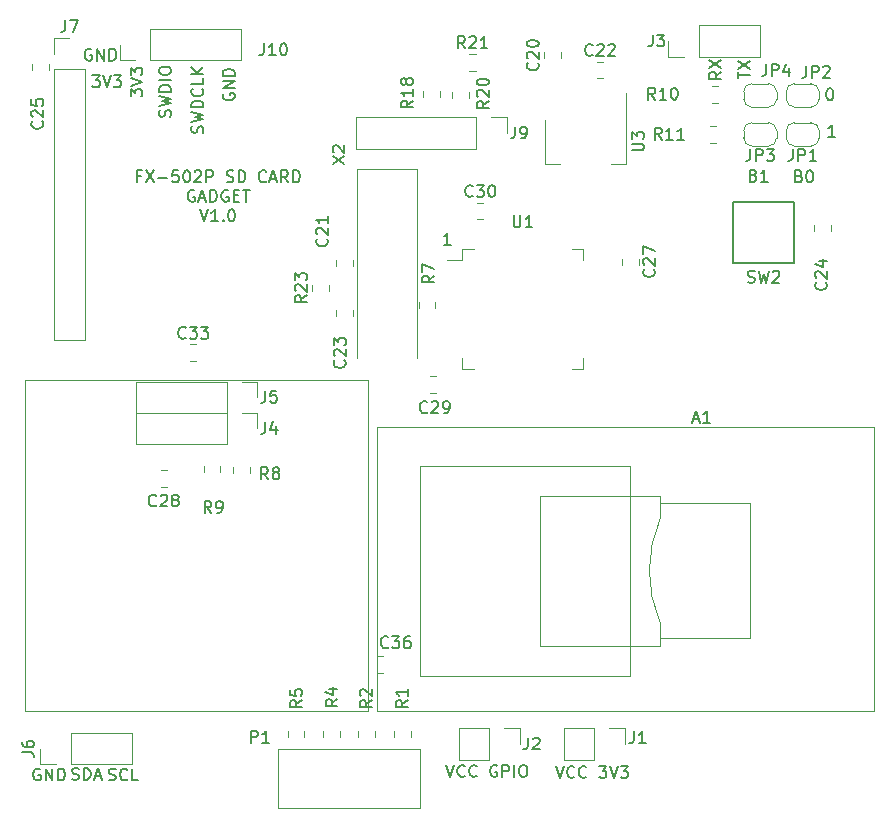
<source format=gbr>
%TF.GenerationSoftware,KiCad,Pcbnew,5.1.6-c6e7f7d~86~ubuntu16.04.1*%
%TF.CreationDate,2021-01-12T06:27:11+00:00*%
%TF.ProjectId,fx502p-minimal-sd,66783530-3270-42d6-9d69-6e696d616c2d,rev?*%
%TF.SameCoordinates,Original*%
%TF.FileFunction,Legend,Top*%
%TF.FilePolarity,Positive*%
%FSLAX46Y46*%
G04 Gerber Fmt 4.6, Leading zero omitted, Abs format (unit mm)*
G04 Created by KiCad (PCBNEW 5.1.6-c6e7f7d~86~ubuntu16.04.1) date 2021-01-12 06:27:11*
%MOMM*%
%LPD*%
G01*
G04 APERTURE LIST*
%ADD10C,0.150000*%
%ADD11C,0.120000*%
G04 APERTURE END LIST*
D10*
X61745238Y-48378571D02*
X61888095Y-48426190D01*
X61935714Y-48473809D01*
X61983333Y-48569047D01*
X61983333Y-48711904D01*
X61935714Y-48807142D01*
X61888095Y-48854761D01*
X61792857Y-48902380D01*
X61411904Y-48902380D01*
X61411904Y-47902380D01*
X61745238Y-47902380D01*
X61840476Y-47950000D01*
X61888095Y-47997619D01*
X61935714Y-48092857D01*
X61935714Y-48188095D01*
X61888095Y-48283333D01*
X61840476Y-48330952D01*
X61745238Y-48378571D01*
X61411904Y-48378571D01*
X62935714Y-48902380D02*
X62364285Y-48902380D01*
X62650000Y-48902380D02*
X62650000Y-47902380D01*
X62554761Y-48045238D01*
X62459523Y-48140476D01*
X62364285Y-48188095D01*
X65595238Y-48428571D02*
X65738095Y-48476190D01*
X65785714Y-48523809D01*
X65833333Y-48619047D01*
X65833333Y-48761904D01*
X65785714Y-48857142D01*
X65738095Y-48904761D01*
X65642857Y-48952380D01*
X65261904Y-48952380D01*
X65261904Y-47952380D01*
X65595238Y-47952380D01*
X65690476Y-48000000D01*
X65738095Y-48047619D01*
X65785714Y-48142857D01*
X65785714Y-48238095D01*
X65738095Y-48333333D01*
X65690476Y-48380952D01*
X65595238Y-48428571D01*
X65261904Y-48428571D01*
X66452380Y-47952380D02*
X66547619Y-47952380D01*
X66642857Y-48000000D01*
X66690476Y-48047619D01*
X66738095Y-48142857D01*
X66785714Y-48333333D01*
X66785714Y-48571428D01*
X66738095Y-48761904D01*
X66690476Y-48857142D01*
X66642857Y-48904761D01*
X66547619Y-48952380D01*
X66452380Y-48952380D01*
X66357142Y-48904761D01*
X66309523Y-48857142D01*
X66261904Y-48761904D01*
X66214285Y-48571428D01*
X66214285Y-48333333D01*
X66261904Y-48142857D01*
X66309523Y-48047619D01*
X66357142Y-48000000D01*
X66452380Y-47952380D01*
X68635714Y-45102380D02*
X68064285Y-45102380D01*
X68350000Y-45102380D02*
X68350000Y-44102380D01*
X68254761Y-44245238D01*
X68159523Y-44340476D01*
X68064285Y-44388095D01*
X68152380Y-41002380D02*
X68247619Y-41002380D01*
X68342857Y-41050000D01*
X68390476Y-41097619D01*
X68438095Y-41192857D01*
X68485714Y-41383333D01*
X68485714Y-41621428D01*
X68438095Y-41811904D01*
X68390476Y-41907142D01*
X68342857Y-41954761D01*
X68247619Y-42002380D01*
X68152380Y-42002380D01*
X68057142Y-41954761D01*
X68009523Y-41907142D01*
X67961904Y-41811904D01*
X67914285Y-41621428D01*
X67914285Y-41383333D01*
X67961904Y-41192857D01*
X68009523Y-41097619D01*
X68057142Y-41050000D01*
X68152380Y-41002380D01*
X36085714Y-54252380D02*
X35514285Y-54252380D01*
X35800000Y-54252380D02*
X35800000Y-53252380D01*
X35704761Y-53395238D01*
X35609523Y-53490476D01*
X35514285Y-53538095D01*
X1338095Y-98650000D02*
X1242857Y-98602380D01*
X1100000Y-98602380D01*
X957142Y-98650000D01*
X861904Y-98745238D01*
X814285Y-98840476D01*
X766666Y-99030952D01*
X766666Y-99173809D01*
X814285Y-99364285D01*
X861904Y-99459523D01*
X957142Y-99554761D01*
X1100000Y-99602380D01*
X1195238Y-99602380D01*
X1338095Y-99554761D01*
X1385714Y-99507142D01*
X1385714Y-99173809D01*
X1195238Y-99173809D01*
X1814285Y-99602380D02*
X1814285Y-98602380D01*
X2385714Y-99602380D01*
X2385714Y-98602380D01*
X2861904Y-99602380D02*
X2861904Y-98602380D01*
X3100000Y-98602380D01*
X3242857Y-98650000D01*
X3338095Y-98745238D01*
X3385714Y-98840476D01*
X3433333Y-99030952D01*
X3433333Y-99173809D01*
X3385714Y-99364285D01*
X3338095Y-99459523D01*
X3242857Y-99554761D01*
X3100000Y-99602380D01*
X2861904Y-99602380D01*
X7159523Y-99554761D02*
X7302380Y-99602380D01*
X7540476Y-99602380D01*
X7635714Y-99554761D01*
X7683333Y-99507142D01*
X7730952Y-99411904D01*
X7730952Y-99316666D01*
X7683333Y-99221428D01*
X7635714Y-99173809D01*
X7540476Y-99126190D01*
X7350000Y-99078571D01*
X7254761Y-99030952D01*
X7207142Y-98983333D01*
X7159523Y-98888095D01*
X7159523Y-98792857D01*
X7207142Y-98697619D01*
X7254761Y-98650000D01*
X7350000Y-98602380D01*
X7588095Y-98602380D01*
X7730952Y-98650000D01*
X8730952Y-99507142D02*
X8683333Y-99554761D01*
X8540476Y-99602380D01*
X8445238Y-99602380D01*
X8302380Y-99554761D01*
X8207142Y-99459523D01*
X8159523Y-99364285D01*
X8111904Y-99173809D01*
X8111904Y-99030952D01*
X8159523Y-98840476D01*
X8207142Y-98745238D01*
X8302380Y-98650000D01*
X8445238Y-98602380D01*
X8540476Y-98602380D01*
X8683333Y-98650000D01*
X8730952Y-98697619D01*
X9635714Y-99602380D02*
X9159523Y-99602380D01*
X9159523Y-98602380D01*
X4035714Y-99504761D02*
X4178571Y-99552380D01*
X4416666Y-99552380D01*
X4511904Y-99504761D01*
X4559523Y-99457142D01*
X4607142Y-99361904D01*
X4607142Y-99266666D01*
X4559523Y-99171428D01*
X4511904Y-99123809D01*
X4416666Y-99076190D01*
X4226190Y-99028571D01*
X4130952Y-98980952D01*
X4083333Y-98933333D01*
X4035714Y-98838095D01*
X4035714Y-98742857D01*
X4083333Y-98647619D01*
X4130952Y-98600000D01*
X4226190Y-98552380D01*
X4464285Y-98552380D01*
X4607142Y-98600000D01*
X5035714Y-99552380D02*
X5035714Y-98552380D01*
X5273809Y-98552380D01*
X5416666Y-98600000D01*
X5511904Y-98695238D01*
X5559523Y-98790476D01*
X5607142Y-98980952D01*
X5607142Y-99123809D01*
X5559523Y-99314285D01*
X5511904Y-99409523D01*
X5416666Y-99504761D01*
X5273809Y-99552380D01*
X5035714Y-99552380D01*
X5988095Y-99266666D02*
X6464285Y-99266666D01*
X5892857Y-99552380D02*
X6226190Y-98552380D01*
X6559523Y-99552380D01*
X45004761Y-98402380D02*
X45338095Y-99402380D01*
X45671428Y-98402380D01*
X46576190Y-99307142D02*
X46528571Y-99354761D01*
X46385714Y-99402380D01*
X46290476Y-99402380D01*
X46147619Y-99354761D01*
X46052380Y-99259523D01*
X46004761Y-99164285D01*
X45957142Y-98973809D01*
X45957142Y-98830952D01*
X46004761Y-98640476D01*
X46052380Y-98545238D01*
X46147619Y-98450000D01*
X46290476Y-98402380D01*
X46385714Y-98402380D01*
X46528571Y-98450000D01*
X46576190Y-98497619D01*
X47576190Y-99307142D02*
X47528571Y-99354761D01*
X47385714Y-99402380D01*
X47290476Y-99402380D01*
X47147619Y-99354761D01*
X47052380Y-99259523D01*
X47004761Y-99164285D01*
X46957142Y-98973809D01*
X46957142Y-98830952D01*
X47004761Y-98640476D01*
X47052380Y-98545238D01*
X47147619Y-98450000D01*
X47290476Y-98402380D01*
X47385714Y-98402380D01*
X47528571Y-98450000D01*
X47576190Y-98497619D01*
X48671428Y-98402380D02*
X49290476Y-98402380D01*
X48957142Y-98783333D01*
X49100000Y-98783333D01*
X49195238Y-98830952D01*
X49242857Y-98878571D01*
X49290476Y-98973809D01*
X49290476Y-99211904D01*
X49242857Y-99307142D01*
X49195238Y-99354761D01*
X49100000Y-99402380D01*
X48814285Y-99402380D01*
X48719047Y-99354761D01*
X48671428Y-99307142D01*
X49576190Y-98402380D02*
X49909523Y-99402380D01*
X50242857Y-98402380D01*
X50480952Y-98402380D02*
X51100000Y-98402380D01*
X50766666Y-98783333D01*
X50909523Y-98783333D01*
X51004761Y-98830952D01*
X51052380Y-98878571D01*
X51100000Y-98973809D01*
X51100000Y-99211904D01*
X51052380Y-99307142D01*
X51004761Y-99354761D01*
X50909523Y-99402380D01*
X50623809Y-99402380D01*
X50528571Y-99354761D01*
X50480952Y-99307142D01*
X35723809Y-98302380D02*
X36057142Y-99302380D01*
X36390476Y-98302380D01*
X37295238Y-99207142D02*
X37247619Y-99254761D01*
X37104761Y-99302380D01*
X37009523Y-99302380D01*
X36866666Y-99254761D01*
X36771428Y-99159523D01*
X36723809Y-99064285D01*
X36676190Y-98873809D01*
X36676190Y-98730952D01*
X36723809Y-98540476D01*
X36771428Y-98445238D01*
X36866666Y-98350000D01*
X37009523Y-98302380D01*
X37104761Y-98302380D01*
X37247619Y-98350000D01*
X37295238Y-98397619D01*
X38295238Y-99207142D02*
X38247619Y-99254761D01*
X38104761Y-99302380D01*
X38009523Y-99302380D01*
X37866666Y-99254761D01*
X37771428Y-99159523D01*
X37723809Y-99064285D01*
X37676190Y-98873809D01*
X37676190Y-98730952D01*
X37723809Y-98540476D01*
X37771428Y-98445238D01*
X37866666Y-98350000D01*
X38009523Y-98302380D01*
X38104761Y-98302380D01*
X38247619Y-98350000D01*
X38295238Y-98397619D01*
X40009523Y-98350000D02*
X39914285Y-98302380D01*
X39771428Y-98302380D01*
X39628571Y-98350000D01*
X39533333Y-98445238D01*
X39485714Y-98540476D01*
X39438095Y-98730952D01*
X39438095Y-98873809D01*
X39485714Y-99064285D01*
X39533333Y-99159523D01*
X39628571Y-99254761D01*
X39771428Y-99302380D01*
X39866666Y-99302380D01*
X40009523Y-99254761D01*
X40057142Y-99207142D01*
X40057142Y-98873809D01*
X39866666Y-98873809D01*
X40485714Y-99302380D02*
X40485714Y-98302380D01*
X40866666Y-98302380D01*
X40961904Y-98350000D01*
X41009523Y-98397619D01*
X41057142Y-98492857D01*
X41057142Y-98635714D01*
X41009523Y-98730952D01*
X40961904Y-98778571D01*
X40866666Y-98826190D01*
X40485714Y-98826190D01*
X41485714Y-99302380D02*
X41485714Y-98302380D01*
X42152380Y-98302380D02*
X42342857Y-98302380D01*
X42438095Y-98350000D01*
X42533333Y-98445238D01*
X42580952Y-98635714D01*
X42580952Y-98969047D01*
X42533333Y-99159523D01*
X42438095Y-99254761D01*
X42342857Y-99302380D01*
X42152380Y-99302380D01*
X42057142Y-99254761D01*
X41961904Y-99159523D01*
X41914285Y-98969047D01*
X41914285Y-98635714D01*
X41961904Y-98445238D01*
X42057142Y-98350000D01*
X42152380Y-98302380D01*
X60452380Y-40161904D02*
X60452380Y-39590476D01*
X61452380Y-39876190D02*
X60452380Y-39876190D01*
X60452380Y-39352380D02*
X61452380Y-38685714D01*
X60452380Y-38685714D02*
X61452380Y-39352380D01*
X59002380Y-39616666D02*
X58526190Y-39950000D01*
X59002380Y-40188095D02*
X58002380Y-40188095D01*
X58002380Y-39807142D01*
X58050000Y-39711904D01*
X58097619Y-39664285D01*
X58192857Y-39616666D01*
X58335714Y-39616666D01*
X58430952Y-39664285D01*
X58478571Y-39711904D01*
X58526190Y-39807142D01*
X58526190Y-40188095D01*
X58002380Y-39283333D02*
X59002380Y-38616666D01*
X58002380Y-38616666D02*
X59002380Y-39283333D01*
X5761904Y-39902380D02*
X6380952Y-39902380D01*
X6047619Y-40283333D01*
X6190476Y-40283333D01*
X6285714Y-40330952D01*
X6333333Y-40378571D01*
X6380952Y-40473809D01*
X6380952Y-40711904D01*
X6333333Y-40807142D01*
X6285714Y-40854761D01*
X6190476Y-40902380D01*
X5904761Y-40902380D01*
X5809523Y-40854761D01*
X5761904Y-40807142D01*
X6666666Y-39902380D02*
X7000000Y-40902380D01*
X7333333Y-39902380D01*
X7571428Y-39902380D02*
X8190476Y-39902380D01*
X7857142Y-40283333D01*
X8000000Y-40283333D01*
X8095238Y-40330952D01*
X8142857Y-40378571D01*
X8190476Y-40473809D01*
X8190476Y-40711904D01*
X8142857Y-40807142D01*
X8095238Y-40854761D01*
X8000000Y-40902380D01*
X7714285Y-40902380D01*
X7619047Y-40854761D01*
X7571428Y-40807142D01*
X5688095Y-37700000D02*
X5592857Y-37652380D01*
X5449999Y-37652380D01*
X5307142Y-37700000D01*
X5211904Y-37795238D01*
X5164285Y-37890476D01*
X5116666Y-38080952D01*
X5116666Y-38223809D01*
X5164285Y-38414285D01*
X5211904Y-38509523D01*
X5307142Y-38604761D01*
X5449999Y-38652380D01*
X5545238Y-38652380D01*
X5688095Y-38604761D01*
X5735714Y-38557142D01*
X5735714Y-38223809D01*
X5545238Y-38223809D01*
X6164285Y-38652380D02*
X6164285Y-37652380D01*
X6735714Y-38652380D01*
X6735714Y-37652380D01*
X7211904Y-38652380D02*
X7211904Y-37652380D01*
X7450000Y-37652380D01*
X7592857Y-37700000D01*
X7688095Y-37795238D01*
X7735714Y-37890476D01*
X7783333Y-38080952D01*
X7783333Y-38223809D01*
X7735714Y-38414285D01*
X7688095Y-38509523D01*
X7592857Y-38604761D01*
X7450000Y-38652380D01*
X7211904Y-38652380D01*
X16850000Y-41461904D02*
X16802380Y-41557142D01*
X16802380Y-41700000D01*
X16850000Y-41842857D01*
X16945238Y-41938095D01*
X17040476Y-41985714D01*
X17230952Y-42033333D01*
X17373809Y-42033333D01*
X17564285Y-41985714D01*
X17659523Y-41938095D01*
X17754761Y-41842857D01*
X17802380Y-41700000D01*
X17802380Y-41604761D01*
X17754761Y-41461904D01*
X17707142Y-41414285D01*
X17373809Y-41414285D01*
X17373809Y-41604761D01*
X17802380Y-40985714D02*
X16802380Y-40985714D01*
X17802380Y-40414285D01*
X16802380Y-40414285D01*
X17802380Y-39938095D02*
X16802380Y-39938095D01*
X16802380Y-39700000D01*
X16850000Y-39557142D01*
X16945238Y-39461904D01*
X17040476Y-39414285D01*
X17230952Y-39366666D01*
X17373809Y-39366666D01*
X17564285Y-39414285D01*
X17659523Y-39461904D01*
X17754761Y-39557142D01*
X17802380Y-39700000D01*
X17802380Y-39938095D01*
X15104761Y-44761904D02*
X15152380Y-44619047D01*
X15152380Y-44380952D01*
X15104761Y-44285714D01*
X15057142Y-44238095D01*
X14961904Y-44190476D01*
X14866666Y-44190476D01*
X14771428Y-44238095D01*
X14723809Y-44285714D01*
X14676190Y-44380952D01*
X14628571Y-44571428D01*
X14580952Y-44666666D01*
X14533333Y-44714285D01*
X14438095Y-44761904D01*
X14342857Y-44761904D01*
X14247619Y-44714285D01*
X14200000Y-44666666D01*
X14152380Y-44571428D01*
X14152380Y-44333333D01*
X14200000Y-44190476D01*
X14152380Y-43857142D02*
X15152380Y-43619047D01*
X14438095Y-43428571D01*
X15152380Y-43238095D01*
X14152380Y-43000000D01*
X15152380Y-42619047D02*
X14152380Y-42619047D01*
X14152380Y-42380952D01*
X14200000Y-42238095D01*
X14295238Y-42142857D01*
X14390476Y-42095238D01*
X14580952Y-42047619D01*
X14723809Y-42047619D01*
X14914285Y-42095238D01*
X15009523Y-42142857D01*
X15104761Y-42238095D01*
X15152380Y-42380952D01*
X15152380Y-42619047D01*
X15057142Y-41047619D02*
X15104761Y-41095238D01*
X15152380Y-41238095D01*
X15152380Y-41333333D01*
X15104761Y-41476190D01*
X15009523Y-41571428D01*
X14914285Y-41619047D01*
X14723809Y-41666666D01*
X14580952Y-41666666D01*
X14390476Y-41619047D01*
X14295238Y-41571428D01*
X14200000Y-41476190D01*
X14152380Y-41333333D01*
X14152380Y-41238095D01*
X14200000Y-41095238D01*
X14247619Y-41047619D01*
X15152380Y-40142857D02*
X15152380Y-40619047D01*
X14152380Y-40619047D01*
X15152380Y-39809523D02*
X14152380Y-39809523D01*
X15152380Y-39238095D02*
X14580952Y-39666666D01*
X14152380Y-39238095D02*
X14723809Y-39809523D01*
X12354761Y-43419047D02*
X12402380Y-43276190D01*
X12402380Y-43038095D01*
X12354761Y-42942857D01*
X12307142Y-42895238D01*
X12211904Y-42847619D01*
X12116666Y-42847619D01*
X12021428Y-42895238D01*
X11973809Y-42942857D01*
X11926190Y-43038095D01*
X11878571Y-43228571D01*
X11830952Y-43323809D01*
X11783333Y-43371428D01*
X11688095Y-43419047D01*
X11592857Y-43419047D01*
X11497619Y-43371428D01*
X11450000Y-43323809D01*
X11402380Y-43228571D01*
X11402380Y-42990476D01*
X11450000Y-42847619D01*
X11402380Y-42514285D02*
X12402380Y-42276190D01*
X11688095Y-42085714D01*
X12402380Y-41895238D01*
X11402380Y-41657142D01*
X12402380Y-41276190D02*
X11402380Y-41276190D01*
X11402380Y-41038095D01*
X11450000Y-40895238D01*
X11545238Y-40800000D01*
X11640476Y-40752380D01*
X11830952Y-40704761D01*
X11973809Y-40704761D01*
X12164285Y-40752380D01*
X12259523Y-40800000D01*
X12354761Y-40895238D01*
X12402380Y-41038095D01*
X12402380Y-41276190D01*
X12402380Y-40276190D02*
X11402380Y-40276190D01*
X11402380Y-39609523D02*
X11402380Y-39419047D01*
X11450000Y-39323809D01*
X11545238Y-39228571D01*
X11735714Y-39180952D01*
X12069047Y-39180952D01*
X12259523Y-39228571D01*
X12354761Y-39323809D01*
X12402380Y-39419047D01*
X12402380Y-39609523D01*
X12354761Y-39704761D01*
X12259523Y-39800000D01*
X12069047Y-39847619D01*
X11735714Y-39847619D01*
X11545238Y-39800000D01*
X11450000Y-39704761D01*
X11402380Y-39609523D01*
X9002380Y-41688095D02*
X9002380Y-41069047D01*
X9383333Y-41402380D01*
X9383333Y-41259523D01*
X9430952Y-41164285D01*
X9478571Y-41116666D01*
X9573809Y-41069047D01*
X9811904Y-41069047D01*
X9907142Y-41116666D01*
X9954761Y-41164285D01*
X10002380Y-41259523D01*
X10002380Y-41545238D01*
X9954761Y-41640476D01*
X9907142Y-41688095D01*
X9002380Y-40783333D02*
X10002380Y-40450000D01*
X9002380Y-40116666D01*
X9002380Y-39878571D02*
X9002380Y-39259523D01*
X9383333Y-39592857D01*
X9383333Y-39450000D01*
X9430952Y-39354761D01*
X9478571Y-39307142D01*
X9573809Y-39259523D01*
X9811904Y-39259523D01*
X9907142Y-39307142D01*
X9954761Y-39354761D01*
X10002380Y-39450000D01*
X10002380Y-39735714D01*
X9954761Y-39830952D01*
X9907142Y-39878571D01*
X9852380Y-48428571D02*
X9519047Y-48428571D01*
X9519047Y-48952380D02*
X9519047Y-47952380D01*
X9995238Y-47952380D01*
X10280952Y-47952380D02*
X10947619Y-48952380D01*
X10947619Y-47952380D02*
X10280952Y-48952380D01*
X11328571Y-48571428D02*
X12090476Y-48571428D01*
X13042857Y-47952380D02*
X12566666Y-47952380D01*
X12519047Y-48428571D01*
X12566666Y-48380952D01*
X12661904Y-48333333D01*
X12900000Y-48333333D01*
X12995238Y-48380952D01*
X13042857Y-48428571D01*
X13090476Y-48523809D01*
X13090476Y-48761904D01*
X13042857Y-48857142D01*
X12995238Y-48904761D01*
X12900000Y-48952380D01*
X12661904Y-48952380D01*
X12566666Y-48904761D01*
X12519047Y-48857142D01*
X13709523Y-47952380D02*
X13804761Y-47952380D01*
X13900000Y-48000000D01*
X13947619Y-48047619D01*
X13995238Y-48142857D01*
X14042857Y-48333333D01*
X14042857Y-48571428D01*
X13995238Y-48761904D01*
X13947619Y-48857142D01*
X13900000Y-48904761D01*
X13804761Y-48952380D01*
X13709523Y-48952380D01*
X13614285Y-48904761D01*
X13566666Y-48857142D01*
X13519047Y-48761904D01*
X13471428Y-48571428D01*
X13471428Y-48333333D01*
X13519047Y-48142857D01*
X13566666Y-48047619D01*
X13614285Y-48000000D01*
X13709523Y-47952380D01*
X14423809Y-48047619D02*
X14471428Y-48000000D01*
X14566666Y-47952380D01*
X14804761Y-47952380D01*
X14900000Y-48000000D01*
X14947619Y-48047619D01*
X14995238Y-48142857D01*
X14995238Y-48238095D01*
X14947619Y-48380952D01*
X14376190Y-48952380D01*
X14995238Y-48952380D01*
X15423809Y-48952380D02*
X15423809Y-47952380D01*
X15804761Y-47952380D01*
X15900000Y-48000000D01*
X15947619Y-48047619D01*
X15995238Y-48142857D01*
X15995238Y-48285714D01*
X15947619Y-48380952D01*
X15900000Y-48428571D01*
X15804761Y-48476190D01*
X15423809Y-48476190D01*
X17138095Y-48904761D02*
X17280952Y-48952380D01*
X17519047Y-48952380D01*
X17614285Y-48904761D01*
X17661904Y-48857142D01*
X17709523Y-48761904D01*
X17709523Y-48666666D01*
X17661904Y-48571428D01*
X17614285Y-48523809D01*
X17519047Y-48476190D01*
X17328571Y-48428571D01*
X17233333Y-48380952D01*
X17185714Y-48333333D01*
X17138095Y-48238095D01*
X17138095Y-48142857D01*
X17185714Y-48047619D01*
X17233333Y-48000000D01*
X17328571Y-47952380D01*
X17566666Y-47952380D01*
X17709523Y-48000000D01*
X18138095Y-48952380D02*
X18138095Y-47952380D01*
X18376190Y-47952380D01*
X18519047Y-48000000D01*
X18614285Y-48095238D01*
X18661904Y-48190476D01*
X18709523Y-48380952D01*
X18709523Y-48523809D01*
X18661904Y-48714285D01*
X18614285Y-48809523D01*
X18519047Y-48904761D01*
X18376190Y-48952380D01*
X18138095Y-48952380D01*
X20471428Y-48857142D02*
X20423809Y-48904761D01*
X20280952Y-48952380D01*
X20185714Y-48952380D01*
X20042857Y-48904761D01*
X19947619Y-48809523D01*
X19900000Y-48714285D01*
X19852380Y-48523809D01*
X19852380Y-48380952D01*
X19900000Y-48190476D01*
X19947619Y-48095238D01*
X20042857Y-48000000D01*
X20185714Y-47952380D01*
X20280952Y-47952380D01*
X20423809Y-48000000D01*
X20471428Y-48047619D01*
X20852380Y-48666666D02*
X21328571Y-48666666D01*
X20757142Y-48952380D02*
X21090476Y-47952380D01*
X21423809Y-48952380D01*
X22328571Y-48952380D02*
X21995238Y-48476190D01*
X21757142Y-48952380D02*
X21757142Y-47952380D01*
X22138095Y-47952380D01*
X22233333Y-48000000D01*
X22280952Y-48047619D01*
X22328571Y-48142857D01*
X22328571Y-48285714D01*
X22280952Y-48380952D01*
X22233333Y-48428571D01*
X22138095Y-48476190D01*
X21757142Y-48476190D01*
X22757142Y-48952380D02*
X22757142Y-47952380D01*
X22995238Y-47952380D01*
X23138095Y-48000000D01*
X23233333Y-48095238D01*
X23280952Y-48190476D01*
X23328571Y-48380952D01*
X23328571Y-48523809D01*
X23280952Y-48714285D01*
X23233333Y-48809523D01*
X23138095Y-48904761D01*
X22995238Y-48952380D01*
X22757142Y-48952380D01*
X14400000Y-49650000D02*
X14304761Y-49602380D01*
X14161904Y-49602380D01*
X14019047Y-49650000D01*
X13923809Y-49745238D01*
X13876190Y-49840476D01*
X13828571Y-50030952D01*
X13828571Y-50173809D01*
X13876190Y-50364285D01*
X13923809Y-50459523D01*
X14019047Y-50554761D01*
X14161904Y-50602380D01*
X14257142Y-50602380D01*
X14400000Y-50554761D01*
X14447619Y-50507142D01*
X14447619Y-50173809D01*
X14257142Y-50173809D01*
X14828571Y-50316666D02*
X15304761Y-50316666D01*
X14733333Y-50602380D02*
X15066666Y-49602380D01*
X15400000Y-50602380D01*
X15733333Y-50602380D02*
X15733333Y-49602380D01*
X15971428Y-49602380D01*
X16114285Y-49650000D01*
X16209523Y-49745238D01*
X16257142Y-49840476D01*
X16304761Y-50030952D01*
X16304761Y-50173809D01*
X16257142Y-50364285D01*
X16209523Y-50459523D01*
X16114285Y-50554761D01*
X15971428Y-50602380D01*
X15733333Y-50602380D01*
X17257142Y-49650000D02*
X17161904Y-49602380D01*
X17019047Y-49602380D01*
X16876190Y-49650000D01*
X16780952Y-49745238D01*
X16733333Y-49840476D01*
X16685714Y-50030952D01*
X16685714Y-50173809D01*
X16733333Y-50364285D01*
X16780952Y-50459523D01*
X16876190Y-50554761D01*
X17019047Y-50602380D01*
X17114285Y-50602380D01*
X17257142Y-50554761D01*
X17304761Y-50507142D01*
X17304761Y-50173809D01*
X17114285Y-50173809D01*
X17733333Y-50078571D02*
X18066666Y-50078571D01*
X18209523Y-50602380D02*
X17733333Y-50602380D01*
X17733333Y-49602380D01*
X18209523Y-49602380D01*
X18495238Y-49602380D02*
X19066666Y-49602380D01*
X18780952Y-50602380D02*
X18780952Y-49602380D01*
X14876190Y-51252380D02*
X15209523Y-52252380D01*
X15542857Y-51252380D01*
X16400000Y-52252380D02*
X15828571Y-52252380D01*
X16114285Y-52252380D02*
X16114285Y-51252380D01*
X16019047Y-51395238D01*
X15923809Y-51490476D01*
X15828571Y-51538095D01*
X16828571Y-52157142D02*
X16876190Y-52204761D01*
X16828571Y-52252380D01*
X16780952Y-52204761D01*
X16828571Y-52157142D01*
X16828571Y-52252380D01*
X17495238Y-51252380D02*
X17590476Y-51252380D01*
X17685714Y-51300000D01*
X17733333Y-51347619D01*
X17780952Y-51442857D01*
X17828571Y-51633333D01*
X17828571Y-51871428D01*
X17780952Y-52061904D01*
X17733333Y-52157142D01*
X17685714Y-52204761D01*
X17590476Y-52252380D01*
X17495238Y-52252380D01*
X17400000Y-52204761D01*
X17352380Y-52157142D01*
X17304761Y-52061904D01*
X17257142Y-51871428D01*
X17257142Y-51633333D01*
X17304761Y-51442857D01*
X17352380Y-51347619D01*
X17400000Y-51300000D01*
X17495238Y-51252380D01*
D11*
X29900000Y-69700000D02*
X29900000Y-93700000D01*
X71900000Y-69700000D02*
X29900000Y-69700000D01*
X71900000Y-93700000D02*
X71900000Y-69700000D01*
X29900000Y-93700000D02*
X71900000Y-93700000D01*
X100000Y-65700000D02*
X100000Y-93700000D01*
X29100000Y-65700000D02*
X100000Y-65700000D01*
X29100000Y-93700000D02*
X29100000Y-65700000D01*
X100000Y-93700000D02*
X29100000Y-93700000D01*
%TO.C,J7*%
X2480000Y-62290000D02*
X5140000Y-62290000D01*
X2480000Y-39370000D02*
X2480000Y-62290000D01*
X5140000Y-39370000D02*
X5140000Y-62290000D01*
X2480000Y-39370000D02*
X5140000Y-39370000D01*
X2480000Y-38100000D02*
X2480000Y-36770000D01*
X2480000Y-36770000D02*
X3810000Y-36770000D01*
%TO.C,R11*%
X58041422Y-44190000D02*
X58558578Y-44190000D01*
X58041422Y-45610000D02*
X58558578Y-45610000D01*
%TO.C,R10*%
X58241422Y-40790000D02*
X58758578Y-40790000D01*
X58241422Y-42210000D02*
X58758578Y-42210000D01*
%TO.C,JP4*%
X63700000Y-41900000D02*
G75*
G02*
X63000000Y-42600000I-700000J0D01*
G01*
X63000000Y-40600000D02*
G75*
G02*
X63700000Y-41300000I0J-700000D01*
G01*
X60900000Y-41300000D02*
G75*
G02*
X61600000Y-40600000I700000J0D01*
G01*
X61600000Y-42600000D02*
G75*
G02*
X60900000Y-41900000I0J700000D01*
G01*
X63700000Y-41300000D02*
X63700000Y-41900000D01*
X61600000Y-40600000D02*
X63000000Y-40600000D01*
X60900000Y-41900000D02*
X60900000Y-41300000D01*
X63000000Y-42600000D02*
X61600000Y-42600000D01*
%TO.C,JP3*%
X63700000Y-45200000D02*
G75*
G02*
X63000000Y-45900000I-700000J0D01*
G01*
X63000000Y-43900000D02*
G75*
G02*
X63700000Y-44600000I0J-700000D01*
G01*
X60900000Y-44600000D02*
G75*
G02*
X61600000Y-43900000I700000J0D01*
G01*
X61600000Y-45900000D02*
G75*
G02*
X60900000Y-45200000I0J700000D01*
G01*
X63700000Y-44600000D02*
X63700000Y-45200000D01*
X61600000Y-43900000D02*
X63000000Y-43900000D01*
X60900000Y-45200000D02*
X60900000Y-44600000D01*
X63000000Y-45900000D02*
X61600000Y-45900000D01*
%TO.C,JP2*%
X67300000Y-41900000D02*
G75*
G02*
X66600000Y-42600000I-700000J0D01*
G01*
X66600000Y-40600000D02*
G75*
G02*
X67300000Y-41300000I0J-700000D01*
G01*
X64500000Y-41300000D02*
G75*
G02*
X65200000Y-40600000I700000J0D01*
G01*
X65200000Y-42600000D02*
G75*
G02*
X64500000Y-41900000I0J700000D01*
G01*
X67300000Y-41300000D02*
X67300000Y-41900000D01*
X65200000Y-40600000D02*
X66600000Y-40600000D01*
X64500000Y-41900000D02*
X64500000Y-41300000D01*
X66600000Y-42600000D02*
X65200000Y-42600000D01*
%TO.C,JP1*%
X67300000Y-45200000D02*
G75*
G02*
X66600000Y-45900000I-700000J0D01*
G01*
X66600000Y-43900000D02*
G75*
G02*
X67300000Y-44600000I0J-700000D01*
G01*
X64500000Y-44600000D02*
G75*
G02*
X65200000Y-43900000I700000J0D01*
G01*
X65200000Y-45900000D02*
G75*
G02*
X64500000Y-45200000I0J700000D01*
G01*
X67300000Y-44600000D02*
X67300000Y-45200000D01*
X65200000Y-43900000D02*
X66600000Y-43900000D01*
X64500000Y-45200000D02*
X64500000Y-44600000D01*
X66600000Y-45900000D02*
X65200000Y-45900000D01*
%TO.C,J6*%
X9110000Y-98230000D02*
X9110000Y-95570000D01*
X3970000Y-98230000D02*
X9110000Y-98230000D01*
X3970000Y-95570000D02*
X9110000Y-95570000D01*
X3970000Y-98230000D02*
X3970000Y-95570000D01*
X2700000Y-98230000D02*
X1370000Y-98230000D01*
X1370000Y-98230000D02*
X1370000Y-96900000D01*
%TO.C,X2*%
X33250000Y-63800000D02*
X33250000Y-47825000D01*
X33250000Y-47825000D02*
X28150000Y-47825000D01*
X28150000Y-47825000D02*
X28150000Y-63800000D01*
%TO.C,U3*%
X44090000Y-47410000D02*
X45350000Y-47410000D01*
X50910000Y-47410000D02*
X49650000Y-47410000D01*
X44090000Y-43650000D02*
X44090000Y-47410000D01*
X50910000Y-41400000D02*
X50910000Y-47410000D01*
%TO.C,U1*%
X46360000Y-64810000D02*
X47310000Y-64810000D01*
X47310000Y-64810000D02*
X47310000Y-63860000D01*
X38040000Y-64810000D02*
X37090000Y-64810000D01*
X37090000Y-64810000D02*
X37090000Y-63860000D01*
X46360000Y-54590000D02*
X47310000Y-54590000D01*
X47310000Y-54590000D02*
X47310000Y-55540000D01*
X38040000Y-54590000D02*
X37090000Y-54590000D01*
X37090000Y-54590000D02*
X37090000Y-55540000D01*
X37090000Y-55540000D02*
X35750000Y-55540000D01*
D10*
%TO.C,SW2*%
X60000000Y-50600000D02*
X60000000Y-55800000D01*
X60000000Y-55800000D02*
X65200000Y-55800000D01*
X65200000Y-55800000D02*
X65200000Y-50600000D01*
X65200000Y-50600000D02*
X60000000Y-50600000D01*
D11*
%TO.C,R23*%
X24390000Y-58161252D02*
X24390000Y-57638748D01*
X25810000Y-58161252D02*
X25810000Y-57638748D01*
%TO.C,R21*%
X37691422Y-38090000D02*
X38208578Y-38090000D01*
X37691422Y-39510000D02*
X38208578Y-39510000D01*
%TO.C,R20*%
X37660000Y-41291422D02*
X37660000Y-41808578D01*
X36240000Y-41291422D02*
X36240000Y-41808578D01*
%TO.C,R18*%
X35160000Y-41241422D02*
X35160000Y-41758578D01*
X33740000Y-41241422D02*
X33740000Y-41758578D01*
%TO.C,R9*%
X15190000Y-73458578D02*
X15190000Y-72941422D01*
X16610000Y-73458578D02*
X16610000Y-72941422D01*
%TO.C,R8*%
X17690000Y-73546078D02*
X17690000Y-73028922D01*
X19110000Y-73546078D02*
X19110000Y-73028922D01*
%TO.C,R7*%
X33390000Y-59621078D02*
X33390000Y-59103922D01*
X34810000Y-59621078D02*
X34810000Y-59103922D01*
%TO.C,R5*%
X23710000Y-95441422D02*
X23710000Y-95958578D01*
X22290000Y-95441422D02*
X22290000Y-95958578D01*
%TO.C,R4*%
X26710000Y-95441422D02*
X26710000Y-95958578D01*
X25290000Y-95441422D02*
X25290000Y-95958578D01*
%TO.C,R2*%
X29710000Y-95441422D02*
X29710000Y-95958578D01*
X28290000Y-95441422D02*
X28290000Y-95958578D01*
%TO.C,R1*%
X32710000Y-95441422D02*
X32710000Y-95958578D01*
X31290000Y-95441422D02*
X31290000Y-95958578D01*
%TO.C,P1*%
X21500000Y-101900000D02*
X21500000Y-96900000D01*
X33500000Y-101900000D02*
X21500000Y-101900000D01*
X33500000Y-96900000D02*
X33500000Y-101900000D01*
X21500000Y-96900000D02*
X33500000Y-96900000D01*
%TO.C,J10*%
X18350000Y-38640000D02*
X18350000Y-35980000D01*
X10670000Y-38640000D02*
X18350000Y-38640000D01*
X10670000Y-35980000D02*
X18350000Y-35980000D01*
X10670000Y-38640000D02*
X10670000Y-35980000D01*
X9400000Y-38640000D02*
X8070000Y-38640000D01*
X8070000Y-38640000D02*
X8070000Y-37310000D01*
%TO.C,J9*%
X28060000Y-43470000D02*
X28060000Y-46130000D01*
X38280000Y-43470000D02*
X28060000Y-43470000D01*
X38280000Y-46130000D02*
X28060000Y-46130000D01*
X38280000Y-43470000D02*
X38280000Y-46130000D01*
X39550000Y-43470000D02*
X40880000Y-43470000D01*
X40880000Y-43470000D02*
X40880000Y-44800000D01*
%TO.C,J5*%
X9450000Y-65830000D02*
X9450000Y-68490000D01*
X17130000Y-65830000D02*
X9450000Y-65830000D01*
X17130000Y-68490000D02*
X9450000Y-68490000D01*
X17130000Y-65830000D02*
X17130000Y-68490000D01*
X18400000Y-65830000D02*
X19730000Y-65830000D01*
X19730000Y-65830000D02*
X19730000Y-67160000D01*
%TO.C,J4*%
X9450000Y-68470000D02*
X9450000Y-71130000D01*
X17130000Y-68470000D02*
X9450000Y-68470000D01*
X17130000Y-71130000D02*
X9450000Y-71130000D01*
X17130000Y-68470000D02*
X17130000Y-71130000D01*
X18400000Y-68470000D02*
X19730000Y-68470000D01*
X19730000Y-68470000D02*
X19730000Y-69800000D01*
%TO.C,J3*%
X62260000Y-38330000D02*
X62260000Y-35670000D01*
X57120000Y-38330000D02*
X62260000Y-38330000D01*
X57120000Y-35670000D02*
X62260000Y-35670000D01*
X57120000Y-38330000D02*
X57120000Y-35670000D01*
X55850000Y-38330000D02*
X54520000Y-38330000D01*
X54520000Y-38330000D02*
X54520000Y-37000000D01*
%TO.C,J2*%
X36770000Y-95190000D02*
X36770000Y-97850000D01*
X39370000Y-95190000D02*
X36770000Y-95190000D01*
X39370000Y-97850000D02*
X36770000Y-97850000D01*
X39370000Y-95190000D02*
X39370000Y-97850000D01*
X40640000Y-95190000D02*
X41970000Y-95190000D01*
X41970000Y-95190000D02*
X41970000Y-96520000D01*
%TO.C,J1*%
X45660000Y-95190000D02*
X45660000Y-97850000D01*
X48260000Y-95190000D02*
X45660000Y-95190000D01*
X48260000Y-97850000D02*
X45660000Y-97850000D01*
X48260000Y-95190000D02*
X48260000Y-97850000D01*
X49530000Y-95190000D02*
X50860000Y-95190000D01*
X50860000Y-95190000D02*
X50860000Y-96520000D01*
%TO.C,C36*%
X29838748Y-89090000D02*
X30361252Y-89090000D01*
X29838748Y-90510000D02*
X30361252Y-90510000D01*
%TO.C,C33*%
X14038748Y-62690000D02*
X14561252Y-62690000D01*
X14038748Y-64110000D02*
X14561252Y-64110000D01*
%TO.C,C30*%
X38338748Y-50690000D02*
X38861252Y-50690000D01*
X38338748Y-52110000D02*
X38861252Y-52110000D01*
%TO.C,C29*%
X34363748Y-65390000D02*
X34886252Y-65390000D01*
X34363748Y-66810000D02*
X34886252Y-66810000D01*
%TO.C,C28*%
X12111252Y-74760000D02*
X11588748Y-74760000D01*
X12111252Y-73340000D02*
X11588748Y-73340000D01*
%TO.C,C27*%
X52010000Y-55438748D02*
X52010000Y-55961252D01*
X50590000Y-55438748D02*
X50590000Y-55961252D01*
%TO.C,C25*%
X690000Y-39461252D02*
X690000Y-38938748D01*
X2110000Y-39461252D02*
X2110000Y-38938748D01*
%TO.C,C24*%
X68260000Y-52538748D02*
X68260000Y-53061252D01*
X66840000Y-52538748D02*
X66840000Y-53061252D01*
%TO.C,C23*%
X27810000Y-59738748D02*
X27810000Y-60261252D01*
X26390000Y-59738748D02*
X26390000Y-60261252D01*
%TO.C,C22*%
X48488748Y-38740000D02*
X49011252Y-38740000D01*
X48488748Y-40160000D02*
X49011252Y-40160000D01*
%TO.C,C21*%
X26390000Y-56061252D02*
X26390000Y-55538748D01*
X27810000Y-56061252D02*
X27810000Y-55538748D01*
%TO.C,C20*%
X44040000Y-38461252D02*
X44040000Y-37938748D01*
X45460000Y-38461252D02*
X45460000Y-37938748D01*
%TO.C,A1*%
X53850000Y-86294999D02*
G75*
G02*
X53850000Y-77405000I10160000J4444999D01*
G01*
X33530000Y-72960000D02*
X51310000Y-72960000D01*
X51310000Y-72960000D02*
X51310000Y-90740000D01*
X51310000Y-90740000D02*
X33530000Y-90740000D01*
X33530000Y-90740000D02*
X33530000Y-72960000D01*
X43690000Y-75500000D02*
X43690000Y-88200000D01*
X43690000Y-88200000D02*
X53850000Y-88200000D01*
X43690000Y-75500000D02*
X53850000Y-75500000D01*
X53850000Y-75500000D02*
X53850000Y-77405000D01*
X53850000Y-88200000D02*
X53850000Y-86295000D01*
X53850000Y-76135000D02*
X61470000Y-76135000D01*
X61470000Y-76135000D02*
X61470000Y-87565000D01*
X61470000Y-87565000D02*
X53850000Y-87565000D01*
%TO.C,J7*%
D10*
X3476666Y-35222380D02*
X3476666Y-35936666D01*
X3429047Y-36079523D01*
X3333809Y-36174761D01*
X3190952Y-36222380D01*
X3095714Y-36222380D01*
X3857619Y-35222380D02*
X4524285Y-35222380D01*
X4095714Y-36222380D01*
%TO.C,R11*%
X53957142Y-45352380D02*
X53623809Y-44876190D01*
X53385714Y-45352380D02*
X53385714Y-44352380D01*
X53766666Y-44352380D01*
X53861904Y-44400000D01*
X53909523Y-44447619D01*
X53957142Y-44542857D01*
X53957142Y-44685714D01*
X53909523Y-44780952D01*
X53861904Y-44828571D01*
X53766666Y-44876190D01*
X53385714Y-44876190D01*
X54909523Y-45352380D02*
X54338095Y-45352380D01*
X54623809Y-45352380D02*
X54623809Y-44352380D01*
X54528571Y-44495238D01*
X54433333Y-44590476D01*
X54338095Y-44638095D01*
X55861904Y-45352380D02*
X55290476Y-45352380D01*
X55576190Y-45352380D02*
X55576190Y-44352380D01*
X55480952Y-44495238D01*
X55385714Y-44590476D01*
X55290476Y-44638095D01*
%TO.C,R10*%
X53407142Y-41952380D02*
X53073809Y-41476190D01*
X52835714Y-41952380D02*
X52835714Y-40952380D01*
X53216666Y-40952380D01*
X53311904Y-41000000D01*
X53359523Y-41047619D01*
X53407142Y-41142857D01*
X53407142Y-41285714D01*
X53359523Y-41380952D01*
X53311904Y-41428571D01*
X53216666Y-41476190D01*
X52835714Y-41476190D01*
X54359523Y-41952380D02*
X53788095Y-41952380D01*
X54073809Y-41952380D02*
X54073809Y-40952380D01*
X53978571Y-41095238D01*
X53883333Y-41190476D01*
X53788095Y-41238095D01*
X54978571Y-40952380D02*
X55073809Y-40952380D01*
X55169047Y-41000000D01*
X55216666Y-41047619D01*
X55264285Y-41142857D01*
X55311904Y-41333333D01*
X55311904Y-41571428D01*
X55264285Y-41761904D01*
X55216666Y-41857142D01*
X55169047Y-41904761D01*
X55073809Y-41952380D01*
X54978571Y-41952380D01*
X54883333Y-41904761D01*
X54835714Y-41857142D01*
X54788095Y-41761904D01*
X54740476Y-41571428D01*
X54740476Y-41333333D01*
X54788095Y-41142857D01*
X54835714Y-41047619D01*
X54883333Y-41000000D01*
X54978571Y-40952380D01*
%TO.C,JP4*%
X62816666Y-38952380D02*
X62816666Y-39666666D01*
X62769047Y-39809523D01*
X62673809Y-39904761D01*
X62530952Y-39952380D01*
X62435714Y-39952380D01*
X63292857Y-39952380D02*
X63292857Y-38952380D01*
X63673809Y-38952380D01*
X63769047Y-39000000D01*
X63816666Y-39047619D01*
X63864285Y-39142857D01*
X63864285Y-39285714D01*
X63816666Y-39380952D01*
X63769047Y-39428571D01*
X63673809Y-39476190D01*
X63292857Y-39476190D01*
X64721428Y-39285714D02*
X64721428Y-39952380D01*
X64483333Y-38904761D02*
X64245238Y-39619047D01*
X64864285Y-39619047D01*
%TO.C,JP3*%
X61466666Y-46152380D02*
X61466666Y-46866666D01*
X61419047Y-47009523D01*
X61323809Y-47104761D01*
X61180952Y-47152380D01*
X61085714Y-47152380D01*
X61942857Y-47152380D02*
X61942857Y-46152380D01*
X62323809Y-46152380D01*
X62419047Y-46200000D01*
X62466666Y-46247619D01*
X62514285Y-46342857D01*
X62514285Y-46485714D01*
X62466666Y-46580952D01*
X62419047Y-46628571D01*
X62323809Y-46676190D01*
X61942857Y-46676190D01*
X62847619Y-46152380D02*
X63466666Y-46152380D01*
X63133333Y-46533333D01*
X63276190Y-46533333D01*
X63371428Y-46580952D01*
X63419047Y-46628571D01*
X63466666Y-46723809D01*
X63466666Y-46961904D01*
X63419047Y-47057142D01*
X63371428Y-47104761D01*
X63276190Y-47152380D01*
X62990476Y-47152380D01*
X62895238Y-47104761D01*
X62847619Y-47057142D01*
%TO.C,JP2*%
X66216666Y-39102380D02*
X66216666Y-39816666D01*
X66169047Y-39959523D01*
X66073809Y-40054761D01*
X65930952Y-40102380D01*
X65835714Y-40102380D01*
X66692857Y-40102380D02*
X66692857Y-39102380D01*
X67073809Y-39102380D01*
X67169047Y-39150000D01*
X67216666Y-39197619D01*
X67264285Y-39292857D01*
X67264285Y-39435714D01*
X67216666Y-39530952D01*
X67169047Y-39578571D01*
X67073809Y-39626190D01*
X66692857Y-39626190D01*
X67645238Y-39197619D02*
X67692857Y-39150000D01*
X67788095Y-39102380D01*
X68026190Y-39102380D01*
X68121428Y-39150000D01*
X68169047Y-39197619D01*
X68216666Y-39292857D01*
X68216666Y-39388095D01*
X68169047Y-39530952D01*
X67597619Y-40102380D01*
X68216666Y-40102380D01*
%TO.C,JP1*%
X65066666Y-46152380D02*
X65066666Y-46866666D01*
X65019047Y-47009523D01*
X64923809Y-47104761D01*
X64780952Y-47152380D01*
X64685714Y-47152380D01*
X65542857Y-47152380D02*
X65542857Y-46152380D01*
X65923809Y-46152380D01*
X66019047Y-46200000D01*
X66066666Y-46247619D01*
X66114285Y-46342857D01*
X66114285Y-46485714D01*
X66066666Y-46580952D01*
X66019047Y-46628571D01*
X65923809Y-46676190D01*
X65542857Y-46676190D01*
X67066666Y-47152380D02*
X66495238Y-47152380D01*
X66780952Y-47152380D02*
X66780952Y-46152380D01*
X66685714Y-46295238D01*
X66590476Y-46390476D01*
X66495238Y-46438095D01*
%TO.C,J6*%
X-177619Y-97233333D02*
X536666Y-97233333D01*
X679523Y-97280952D01*
X774761Y-97376190D01*
X822380Y-97519047D01*
X822380Y-97614285D01*
X-177619Y-96328571D02*
X-177619Y-96519047D01*
X-130000Y-96614285D01*
X-82380Y-96661904D01*
X60476Y-96757142D01*
X250952Y-96804761D01*
X631904Y-96804761D01*
X727142Y-96757142D01*
X774761Y-96709523D01*
X822380Y-96614285D01*
X822380Y-96423809D01*
X774761Y-96328571D01*
X727142Y-96280952D01*
X631904Y-96233333D01*
X393809Y-96233333D01*
X298571Y-96280952D01*
X250952Y-96328571D01*
X203333Y-96423809D01*
X203333Y-96614285D01*
X250952Y-96709523D01*
X298571Y-96757142D01*
X393809Y-96804761D01*
%TO.C,X2*%
X26102380Y-47409523D02*
X27102380Y-46742857D01*
X26102380Y-46742857D02*
X27102380Y-47409523D01*
X26197619Y-46409523D02*
X26150000Y-46361904D01*
X26102380Y-46266666D01*
X26102380Y-46028571D01*
X26150000Y-45933333D01*
X26197619Y-45885714D01*
X26292857Y-45838095D01*
X26388095Y-45838095D01*
X26530952Y-45885714D01*
X27102380Y-46457142D01*
X27102380Y-45838095D01*
%TO.C,U3*%
X51452380Y-46261904D02*
X52261904Y-46261904D01*
X52357142Y-46214285D01*
X52404761Y-46166666D01*
X52452380Y-46071428D01*
X52452380Y-45880952D01*
X52404761Y-45785714D01*
X52357142Y-45738095D01*
X52261904Y-45690476D01*
X51452380Y-45690476D01*
X51452380Y-45309523D02*
X51452380Y-44690476D01*
X51833333Y-45023809D01*
X51833333Y-44880952D01*
X51880952Y-44785714D01*
X51928571Y-44738095D01*
X52023809Y-44690476D01*
X52261904Y-44690476D01*
X52357142Y-44738095D01*
X52404761Y-44785714D01*
X52452380Y-44880952D01*
X52452380Y-45166666D01*
X52404761Y-45261904D01*
X52357142Y-45309523D01*
%TO.C,U1*%
X41438095Y-51752380D02*
X41438095Y-52561904D01*
X41485714Y-52657142D01*
X41533333Y-52704761D01*
X41628571Y-52752380D01*
X41819047Y-52752380D01*
X41914285Y-52704761D01*
X41961904Y-52657142D01*
X42009523Y-52561904D01*
X42009523Y-51752380D01*
X43009523Y-52752380D02*
X42438095Y-52752380D01*
X42723809Y-52752380D02*
X42723809Y-51752380D01*
X42628571Y-51895238D01*
X42533333Y-51990476D01*
X42438095Y-52038095D01*
%TO.C,SW2*%
X61266666Y-57414761D02*
X61409523Y-57462380D01*
X61647619Y-57462380D01*
X61742857Y-57414761D01*
X61790476Y-57367142D01*
X61838095Y-57271904D01*
X61838095Y-57176666D01*
X61790476Y-57081428D01*
X61742857Y-57033809D01*
X61647619Y-56986190D01*
X61457142Y-56938571D01*
X61361904Y-56890952D01*
X61314285Y-56843333D01*
X61266666Y-56748095D01*
X61266666Y-56652857D01*
X61314285Y-56557619D01*
X61361904Y-56510000D01*
X61457142Y-56462380D01*
X61695238Y-56462380D01*
X61838095Y-56510000D01*
X62171428Y-56462380D02*
X62409523Y-57462380D01*
X62600000Y-56748095D01*
X62790476Y-57462380D01*
X63028571Y-56462380D01*
X63361904Y-56557619D02*
X63409523Y-56510000D01*
X63504761Y-56462380D01*
X63742857Y-56462380D01*
X63838095Y-56510000D01*
X63885714Y-56557619D01*
X63933333Y-56652857D01*
X63933333Y-56748095D01*
X63885714Y-56890952D01*
X63314285Y-57462380D01*
X63933333Y-57462380D01*
%TO.C,R23*%
X23902380Y-58542857D02*
X23426190Y-58876190D01*
X23902380Y-59114285D02*
X22902380Y-59114285D01*
X22902380Y-58733333D01*
X22950000Y-58638095D01*
X22997619Y-58590476D01*
X23092857Y-58542857D01*
X23235714Y-58542857D01*
X23330952Y-58590476D01*
X23378571Y-58638095D01*
X23426190Y-58733333D01*
X23426190Y-59114285D01*
X22997619Y-58161904D02*
X22950000Y-58114285D01*
X22902380Y-58019047D01*
X22902380Y-57780952D01*
X22950000Y-57685714D01*
X22997619Y-57638095D01*
X23092857Y-57590476D01*
X23188095Y-57590476D01*
X23330952Y-57638095D01*
X23902380Y-58209523D01*
X23902380Y-57590476D01*
X22902380Y-57257142D02*
X22902380Y-56638095D01*
X23283333Y-56971428D01*
X23283333Y-56828571D01*
X23330952Y-56733333D01*
X23378571Y-56685714D01*
X23473809Y-56638095D01*
X23711904Y-56638095D01*
X23807142Y-56685714D01*
X23854761Y-56733333D01*
X23902380Y-56828571D01*
X23902380Y-57114285D01*
X23854761Y-57209523D01*
X23807142Y-57257142D01*
%TO.C,R21*%
X37307142Y-37602380D02*
X36973809Y-37126190D01*
X36735714Y-37602380D02*
X36735714Y-36602380D01*
X37116666Y-36602380D01*
X37211904Y-36650000D01*
X37259523Y-36697619D01*
X37307142Y-36792857D01*
X37307142Y-36935714D01*
X37259523Y-37030952D01*
X37211904Y-37078571D01*
X37116666Y-37126190D01*
X36735714Y-37126190D01*
X37688095Y-36697619D02*
X37735714Y-36650000D01*
X37830952Y-36602380D01*
X38069047Y-36602380D01*
X38164285Y-36650000D01*
X38211904Y-36697619D01*
X38259523Y-36792857D01*
X38259523Y-36888095D01*
X38211904Y-37030952D01*
X37640476Y-37602380D01*
X38259523Y-37602380D01*
X39211904Y-37602380D02*
X38640476Y-37602380D01*
X38926190Y-37602380D02*
X38926190Y-36602380D01*
X38830952Y-36745238D01*
X38735714Y-36840476D01*
X38640476Y-36888095D01*
%TO.C,R20*%
X39302380Y-42092857D02*
X38826190Y-42426190D01*
X39302380Y-42664285D02*
X38302380Y-42664285D01*
X38302380Y-42283333D01*
X38350000Y-42188095D01*
X38397619Y-42140476D01*
X38492857Y-42092857D01*
X38635714Y-42092857D01*
X38730952Y-42140476D01*
X38778571Y-42188095D01*
X38826190Y-42283333D01*
X38826190Y-42664285D01*
X38397619Y-41711904D02*
X38350000Y-41664285D01*
X38302380Y-41569047D01*
X38302380Y-41330952D01*
X38350000Y-41235714D01*
X38397619Y-41188095D01*
X38492857Y-41140476D01*
X38588095Y-41140476D01*
X38730952Y-41188095D01*
X39302380Y-41759523D01*
X39302380Y-41140476D01*
X38302380Y-40521428D02*
X38302380Y-40426190D01*
X38350000Y-40330952D01*
X38397619Y-40283333D01*
X38492857Y-40235714D01*
X38683333Y-40188095D01*
X38921428Y-40188095D01*
X39111904Y-40235714D01*
X39207142Y-40283333D01*
X39254761Y-40330952D01*
X39302380Y-40426190D01*
X39302380Y-40521428D01*
X39254761Y-40616666D01*
X39207142Y-40664285D01*
X39111904Y-40711904D01*
X38921428Y-40759523D01*
X38683333Y-40759523D01*
X38492857Y-40711904D01*
X38397619Y-40664285D01*
X38350000Y-40616666D01*
X38302380Y-40521428D01*
%TO.C,R18*%
X32902380Y-42042857D02*
X32426190Y-42376190D01*
X32902380Y-42614285D02*
X31902380Y-42614285D01*
X31902380Y-42233333D01*
X31950000Y-42138095D01*
X31997619Y-42090476D01*
X32092857Y-42042857D01*
X32235714Y-42042857D01*
X32330952Y-42090476D01*
X32378571Y-42138095D01*
X32426190Y-42233333D01*
X32426190Y-42614285D01*
X32902380Y-41090476D02*
X32902380Y-41661904D01*
X32902380Y-41376190D02*
X31902380Y-41376190D01*
X32045238Y-41471428D01*
X32140476Y-41566666D01*
X32188095Y-41661904D01*
X32330952Y-40519047D02*
X32283333Y-40614285D01*
X32235714Y-40661904D01*
X32140476Y-40709523D01*
X32092857Y-40709523D01*
X31997619Y-40661904D01*
X31950000Y-40614285D01*
X31902380Y-40519047D01*
X31902380Y-40328571D01*
X31950000Y-40233333D01*
X31997619Y-40185714D01*
X32092857Y-40138095D01*
X32140476Y-40138095D01*
X32235714Y-40185714D01*
X32283333Y-40233333D01*
X32330952Y-40328571D01*
X32330952Y-40519047D01*
X32378571Y-40614285D01*
X32426190Y-40661904D01*
X32521428Y-40709523D01*
X32711904Y-40709523D01*
X32807142Y-40661904D01*
X32854761Y-40614285D01*
X32902380Y-40519047D01*
X32902380Y-40328571D01*
X32854761Y-40233333D01*
X32807142Y-40185714D01*
X32711904Y-40138095D01*
X32521428Y-40138095D01*
X32426190Y-40185714D01*
X32378571Y-40233333D01*
X32330952Y-40328571D01*
%TO.C,R9*%
X15833333Y-76952380D02*
X15500000Y-76476190D01*
X15261904Y-76952380D02*
X15261904Y-75952380D01*
X15642857Y-75952380D01*
X15738095Y-76000000D01*
X15785714Y-76047619D01*
X15833333Y-76142857D01*
X15833333Y-76285714D01*
X15785714Y-76380952D01*
X15738095Y-76428571D01*
X15642857Y-76476190D01*
X15261904Y-76476190D01*
X16309523Y-76952380D02*
X16500000Y-76952380D01*
X16595238Y-76904761D01*
X16642857Y-76857142D01*
X16738095Y-76714285D01*
X16785714Y-76523809D01*
X16785714Y-76142857D01*
X16738095Y-76047619D01*
X16690476Y-76000000D01*
X16595238Y-75952380D01*
X16404761Y-75952380D01*
X16309523Y-76000000D01*
X16261904Y-76047619D01*
X16214285Y-76142857D01*
X16214285Y-76380952D01*
X16261904Y-76476190D01*
X16309523Y-76523809D01*
X16404761Y-76571428D01*
X16595238Y-76571428D01*
X16690476Y-76523809D01*
X16738095Y-76476190D01*
X16785714Y-76380952D01*
%TO.C,R8*%
X20633333Y-74102380D02*
X20300000Y-73626190D01*
X20061904Y-74102380D02*
X20061904Y-73102380D01*
X20442857Y-73102380D01*
X20538095Y-73150000D01*
X20585714Y-73197619D01*
X20633333Y-73292857D01*
X20633333Y-73435714D01*
X20585714Y-73530952D01*
X20538095Y-73578571D01*
X20442857Y-73626190D01*
X20061904Y-73626190D01*
X21204761Y-73530952D02*
X21109523Y-73483333D01*
X21061904Y-73435714D01*
X21014285Y-73340476D01*
X21014285Y-73292857D01*
X21061904Y-73197619D01*
X21109523Y-73150000D01*
X21204761Y-73102380D01*
X21395238Y-73102380D01*
X21490476Y-73150000D01*
X21538095Y-73197619D01*
X21585714Y-73292857D01*
X21585714Y-73340476D01*
X21538095Y-73435714D01*
X21490476Y-73483333D01*
X21395238Y-73530952D01*
X21204761Y-73530952D01*
X21109523Y-73578571D01*
X21061904Y-73626190D01*
X21014285Y-73721428D01*
X21014285Y-73911904D01*
X21061904Y-74007142D01*
X21109523Y-74054761D01*
X21204761Y-74102380D01*
X21395238Y-74102380D01*
X21490476Y-74054761D01*
X21538095Y-74007142D01*
X21585714Y-73911904D01*
X21585714Y-73721428D01*
X21538095Y-73626190D01*
X21490476Y-73578571D01*
X21395238Y-73530952D01*
%TO.C,R7*%
X34702380Y-56866666D02*
X34226190Y-57200000D01*
X34702380Y-57438095D02*
X33702380Y-57438095D01*
X33702380Y-57057142D01*
X33750000Y-56961904D01*
X33797619Y-56914285D01*
X33892857Y-56866666D01*
X34035714Y-56866666D01*
X34130952Y-56914285D01*
X34178571Y-56961904D01*
X34226190Y-57057142D01*
X34226190Y-57438095D01*
X33702380Y-56533333D02*
X33702380Y-55866666D01*
X34702380Y-56295238D01*
%TO.C,R5*%
X23502380Y-92816666D02*
X23026190Y-93150000D01*
X23502380Y-93388095D02*
X22502380Y-93388095D01*
X22502380Y-93007142D01*
X22550000Y-92911904D01*
X22597619Y-92864285D01*
X22692857Y-92816666D01*
X22835714Y-92816666D01*
X22930952Y-92864285D01*
X22978571Y-92911904D01*
X23026190Y-93007142D01*
X23026190Y-93388095D01*
X22502380Y-91911904D02*
X22502380Y-92388095D01*
X22978571Y-92435714D01*
X22930952Y-92388095D01*
X22883333Y-92292857D01*
X22883333Y-92054761D01*
X22930952Y-91959523D01*
X22978571Y-91911904D01*
X23073809Y-91864285D01*
X23311904Y-91864285D01*
X23407142Y-91911904D01*
X23454761Y-91959523D01*
X23502380Y-92054761D01*
X23502380Y-92292857D01*
X23454761Y-92388095D01*
X23407142Y-92435714D01*
%TO.C,R4*%
X26502380Y-92716666D02*
X26026190Y-93050000D01*
X26502380Y-93288095D02*
X25502380Y-93288095D01*
X25502380Y-92907142D01*
X25550000Y-92811904D01*
X25597619Y-92764285D01*
X25692857Y-92716666D01*
X25835714Y-92716666D01*
X25930952Y-92764285D01*
X25978571Y-92811904D01*
X26026190Y-92907142D01*
X26026190Y-93288095D01*
X25835714Y-91859523D02*
X26502380Y-91859523D01*
X25454761Y-92097619D02*
X26169047Y-92335714D01*
X26169047Y-91716666D01*
%TO.C,R2*%
X29402380Y-92816666D02*
X28926190Y-93150000D01*
X29402380Y-93388095D02*
X28402380Y-93388095D01*
X28402380Y-93007142D01*
X28450000Y-92911904D01*
X28497619Y-92864285D01*
X28592857Y-92816666D01*
X28735714Y-92816666D01*
X28830952Y-92864285D01*
X28878571Y-92911904D01*
X28926190Y-93007142D01*
X28926190Y-93388095D01*
X28497619Y-92435714D02*
X28450000Y-92388095D01*
X28402380Y-92292857D01*
X28402380Y-92054761D01*
X28450000Y-91959523D01*
X28497619Y-91911904D01*
X28592857Y-91864285D01*
X28688095Y-91864285D01*
X28830952Y-91911904D01*
X29402380Y-92483333D01*
X29402380Y-91864285D01*
%TO.C,R1*%
X32452380Y-92816666D02*
X31976190Y-93150000D01*
X32452380Y-93388095D02*
X31452380Y-93388095D01*
X31452380Y-93007142D01*
X31500000Y-92911904D01*
X31547619Y-92864285D01*
X31642857Y-92816666D01*
X31785714Y-92816666D01*
X31880952Y-92864285D01*
X31928571Y-92911904D01*
X31976190Y-93007142D01*
X31976190Y-93388095D01*
X32452380Y-91864285D02*
X32452380Y-92435714D01*
X32452380Y-92150000D02*
X31452380Y-92150000D01*
X31595238Y-92245238D01*
X31690476Y-92340476D01*
X31738095Y-92435714D01*
%TO.C,P1*%
X19211904Y-96402380D02*
X19211904Y-95402380D01*
X19592857Y-95402380D01*
X19688095Y-95450000D01*
X19735714Y-95497619D01*
X19783333Y-95592857D01*
X19783333Y-95735714D01*
X19735714Y-95830952D01*
X19688095Y-95878571D01*
X19592857Y-95926190D01*
X19211904Y-95926190D01*
X20735714Y-96402380D02*
X20164285Y-96402380D01*
X20450000Y-96402380D02*
X20450000Y-95402380D01*
X20354761Y-95545238D01*
X20259523Y-95640476D01*
X20164285Y-95688095D01*
%TO.C,J10*%
X20290476Y-37202380D02*
X20290476Y-37916666D01*
X20242857Y-38059523D01*
X20147619Y-38154761D01*
X20004761Y-38202380D01*
X19909523Y-38202380D01*
X21290476Y-38202380D02*
X20719047Y-38202380D01*
X21004761Y-38202380D02*
X21004761Y-37202380D01*
X20909523Y-37345238D01*
X20814285Y-37440476D01*
X20719047Y-37488095D01*
X21909523Y-37202380D02*
X22004761Y-37202380D01*
X22100000Y-37250000D01*
X22147619Y-37297619D01*
X22195238Y-37392857D01*
X22242857Y-37583333D01*
X22242857Y-37821428D01*
X22195238Y-38011904D01*
X22147619Y-38107142D01*
X22100000Y-38154761D01*
X22004761Y-38202380D01*
X21909523Y-38202380D01*
X21814285Y-38154761D01*
X21766666Y-38107142D01*
X21719047Y-38011904D01*
X21671428Y-37821428D01*
X21671428Y-37583333D01*
X21719047Y-37392857D01*
X21766666Y-37297619D01*
X21814285Y-37250000D01*
X21909523Y-37202380D01*
%TO.C,J9*%
X41546666Y-44252380D02*
X41546666Y-44966666D01*
X41499047Y-45109523D01*
X41403809Y-45204761D01*
X41260952Y-45252380D01*
X41165714Y-45252380D01*
X42070476Y-45252380D02*
X42260952Y-45252380D01*
X42356190Y-45204761D01*
X42403809Y-45157142D01*
X42499047Y-45014285D01*
X42546666Y-44823809D01*
X42546666Y-44442857D01*
X42499047Y-44347619D01*
X42451428Y-44300000D01*
X42356190Y-44252380D01*
X42165714Y-44252380D01*
X42070476Y-44300000D01*
X42022857Y-44347619D01*
X41975238Y-44442857D01*
X41975238Y-44680952D01*
X42022857Y-44776190D01*
X42070476Y-44823809D01*
X42165714Y-44871428D01*
X42356190Y-44871428D01*
X42451428Y-44823809D01*
X42499047Y-44776190D01*
X42546666Y-44680952D01*
%TO.C,J5*%
X20396666Y-66612380D02*
X20396666Y-67326666D01*
X20349047Y-67469523D01*
X20253809Y-67564761D01*
X20110952Y-67612380D01*
X20015714Y-67612380D01*
X21349047Y-66612380D02*
X20872857Y-66612380D01*
X20825238Y-67088571D01*
X20872857Y-67040952D01*
X20968095Y-66993333D01*
X21206190Y-66993333D01*
X21301428Y-67040952D01*
X21349047Y-67088571D01*
X21396666Y-67183809D01*
X21396666Y-67421904D01*
X21349047Y-67517142D01*
X21301428Y-67564761D01*
X21206190Y-67612380D01*
X20968095Y-67612380D01*
X20872857Y-67564761D01*
X20825238Y-67517142D01*
%TO.C,J4*%
X20396666Y-69252380D02*
X20396666Y-69966666D01*
X20349047Y-70109523D01*
X20253809Y-70204761D01*
X20110952Y-70252380D01*
X20015714Y-70252380D01*
X21301428Y-69585714D02*
X21301428Y-70252380D01*
X21063333Y-69204761D02*
X20825238Y-69919047D01*
X21444285Y-69919047D01*
%TO.C,J3*%
X53186666Y-36452380D02*
X53186666Y-37166666D01*
X53139047Y-37309523D01*
X53043809Y-37404761D01*
X52900952Y-37452380D01*
X52805714Y-37452380D01*
X53567619Y-36452380D02*
X54186666Y-36452380D01*
X53853333Y-36833333D01*
X53996190Y-36833333D01*
X54091428Y-36880952D01*
X54139047Y-36928571D01*
X54186666Y-37023809D01*
X54186666Y-37261904D01*
X54139047Y-37357142D01*
X54091428Y-37404761D01*
X53996190Y-37452380D01*
X53710476Y-37452380D01*
X53615238Y-37404761D01*
X53567619Y-37357142D01*
%TO.C,J2*%
X42636666Y-95972380D02*
X42636666Y-96686666D01*
X42589047Y-96829523D01*
X42493809Y-96924761D01*
X42350952Y-96972380D01*
X42255714Y-96972380D01*
X43065238Y-96067619D02*
X43112857Y-96020000D01*
X43208095Y-95972380D01*
X43446190Y-95972380D01*
X43541428Y-96020000D01*
X43589047Y-96067619D01*
X43636666Y-96162857D01*
X43636666Y-96258095D01*
X43589047Y-96400952D01*
X43017619Y-96972380D01*
X43636666Y-96972380D01*
%TO.C,J1*%
X51616666Y-95452380D02*
X51616666Y-96166666D01*
X51569047Y-96309523D01*
X51473809Y-96404761D01*
X51330952Y-96452380D01*
X51235714Y-96452380D01*
X52616666Y-96452380D02*
X52045238Y-96452380D01*
X52330952Y-96452380D02*
X52330952Y-95452380D01*
X52235714Y-95595238D01*
X52140476Y-95690476D01*
X52045238Y-95738095D01*
%TO.C,C36*%
X30807142Y-88307142D02*
X30759523Y-88354761D01*
X30616666Y-88402380D01*
X30521428Y-88402380D01*
X30378571Y-88354761D01*
X30283333Y-88259523D01*
X30235714Y-88164285D01*
X30188095Y-87973809D01*
X30188095Y-87830952D01*
X30235714Y-87640476D01*
X30283333Y-87545238D01*
X30378571Y-87450000D01*
X30521428Y-87402380D01*
X30616666Y-87402380D01*
X30759523Y-87450000D01*
X30807142Y-87497619D01*
X31140476Y-87402380D02*
X31759523Y-87402380D01*
X31426190Y-87783333D01*
X31569047Y-87783333D01*
X31664285Y-87830952D01*
X31711904Y-87878571D01*
X31759523Y-87973809D01*
X31759523Y-88211904D01*
X31711904Y-88307142D01*
X31664285Y-88354761D01*
X31569047Y-88402380D01*
X31283333Y-88402380D01*
X31188095Y-88354761D01*
X31140476Y-88307142D01*
X32616666Y-87402380D02*
X32426190Y-87402380D01*
X32330952Y-87450000D01*
X32283333Y-87497619D01*
X32188095Y-87640476D01*
X32140476Y-87830952D01*
X32140476Y-88211904D01*
X32188095Y-88307142D01*
X32235714Y-88354761D01*
X32330952Y-88402380D01*
X32521428Y-88402380D01*
X32616666Y-88354761D01*
X32664285Y-88307142D01*
X32711904Y-88211904D01*
X32711904Y-87973809D01*
X32664285Y-87878571D01*
X32616666Y-87830952D01*
X32521428Y-87783333D01*
X32330952Y-87783333D01*
X32235714Y-87830952D01*
X32188095Y-87878571D01*
X32140476Y-87973809D01*
%TO.C,C33*%
X13657142Y-62107142D02*
X13609523Y-62154761D01*
X13466666Y-62202380D01*
X13371428Y-62202380D01*
X13228571Y-62154761D01*
X13133333Y-62059523D01*
X13085714Y-61964285D01*
X13038095Y-61773809D01*
X13038095Y-61630952D01*
X13085714Y-61440476D01*
X13133333Y-61345238D01*
X13228571Y-61250000D01*
X13371428Y-61202380D01*
X13466666Y-61202380D01*
X13609523Y-61250000D01*
X13657142Y-61297619D01*
X13990476Y-61202380D02*
X14609523Y-61202380D01*
X14276190Y-61583333D01*
X14419047Y-61583333D01*
X14514285Y-61630952D01*
X14561904Y-61678571D01*
X14609523Y-61773809D01*
X14609523Y-62011904D01*
X14561904Y-62107142D01*
X14514285Y-62154761D01*
X14419047Y-62202380D01*
X14133333Y-62202380D01*
X14038095Y-62154761D01*
X13990476Y-62107142D01*
X14942857Y-61202380D02*
X15561904Y-61202380D01*
X15228571Y-61583333D01*
X15371428Y-61583333D01*
X15466666Y-61630952D01*
X15514285Y-61678571D01*
X15561904Y-61773809D01*
X15561904Y-62011904D01*
X15514285Y-62107142D01*
X15466666Y-62154761D01*
X15371428Y-62202380D01*
X15085714Y-62202380D01*
X14990476Y-62154761D01*
X14942857Y-62107142D01*
%TO.C,C30*%
X37957142Y-50107142D02*
X37909523Y-50154761D01*
X37766666Y-50202380D01*
X37671428Y-50202380D01*
X37528571Y-50154761D01*
X37433333Y-50059523D01*
X37385714Y-49964285D01*
X37338095Y-49773809D01*
X37338095Y-49630952D01*
X37385714Y-49440476D01*
X37433333Y-49345238D01*
X37528571Y-49250000D01*
X37671428Y-49202380D01*
X37766666Y-49202380D01*
X37909523Y-49250000D01*
X37957142Y-49297619D01*
X38290476Y-49202380D02*
X38909523Y-49202380D01*
X38576190Y-49583333D01*
X38719047Y-49583333D01*
X38814285Y-49630952D01*
X38861904Y-49678571D01*
X38909523Y-49773809D01*
X38909523Y-50011904D01*
X38861904Y-50107142D01*
X38814285Y-50154761D01*
X38719047Y-50202380D01*
X38433333Y-50202380D01*
X38338095Y-50154761D01*
X38290476Y-50107142D01*
X39528571Y-49202380D02*
X39623809Y-49202380D01*
X39719047Y-49250000D01*
X39766666Y-49297619D01*
X39814285Y-49392857D01*
X39861904Y-49583333D01*
X39861904Y-49821428D01*
X39814285Y-50011904D01*
X39766666Y-50107142D01*
X39719047Y-50154761D01*
X39623809Y-50202380D01*
X39528571Y-50202380D01*
X39433333Y-50154761D01*
X39385714Y-50107142D01*
X39338095Y-50011904D01*
X39290476Y-49821428D01*
X39290476Y-49583333D01*
X39338095Y-49392857D01*
X39385714Y-49297619D01*
X39433333Y-49250000D01*
X39528571Y-49202380D01*
%TO.C,C29*%
X34107142Y-68407142D02*
X34059523Y-68454761D01*
X33916666Y-68502380D01*
X33821428Y-68502380D01*
X33678571Y-68454761D01*
X33583333Y-68359523D01*
X33535714Y-68264285D01*
X33488095Y-68073809D01*
X33488095Y-67930952D01*
X33535714Y-67740476D01*
X33583333Y-67645238D01*
X33678571Y-67550000D01*
X33821428Y-67502380D01*
X33916666Y-67502380D01*
X34059523Y-67550000D01*
X34107142Y-67597619D01*
X34488095Y-67597619D02*
X34535714Y-67550000D01*
X34630952Y-67502380D01*
X34869047Y-67502380D01*
X34964285Y-67550000D01*
X35011904Y-67597619D01*
X35059523Y-67692857D01*
X35059523Y-67788095D01*
X35011904Y-67930952D01*
X34440476Y-68502380D01*
X35059523Y-68502380D01*
X35535714Y-68502380D02*
X35726190Y-68502380D01*
X35821428Y-68454761D01*
X35869047Y-68407142D01*
X35964285Y-68264285D01*
X36011904Y-68073809D01*
X36011904Y-67692857D01*
X35964285Y-67597619D01*
X35916666Y-67550000D01*
X35821428Y-67502380D01*
X35630952Y-67502380D01*
X35535714Y-67550000D01*
X35488095Y-67597619D01*
X35440476Y-67692857D01*
X35440476Y-67930952D01*
X35488095Y-68026190D01*
X35535714Y-68073809D01*
X35630952Y-68121428D01*
X35821428Y-68121428D01*
X35916666Y-68073809D01*
X35964285Y-68026190D01*
X36011904Y-67930952D01*
%TO.C,C28*%
X11157142Y-76307142D02*
X11109523Y-76354761D01*
X10966666Y-76402380D01*
X10871428Y-76402380D01*
X10728571Y-76354761D01*
X10633333Y-76259523D01*
X10585714Y-76164285D01*
X10538095Y-75973809D01*
X10538095Y-75830952D01*
X10585714Y-75640476D01*
X10633333Y-75545238D01*
X10728571Y-75450000D01*
X10871428Y-75402380D01*
X10966666Y-75402380D01*
X11109523Y-75450000D01*
X11157142Y-75497619D01*
X11538095Y-75497619D02*
X11585714Y-75450000D01*
X11680952Y-75402380D01*
X11919047Y-75402380D01*
X12014285Y-75450000D01*
X12061904Y-75497619D01*
X12109523Y-75592857D01*
X12109523Y-75688095D01*
X12061904Y-75830952D01*
X11490476Y-76402380D01*
X12109523Y-76402380D01*
X12680952Y-75830952D02*
X12585714Y-75783333D01*
X12538095Y-75735714D01*
X12490476Y-75640476D01*
X12490476Y-75592857D01*
X12538095Y-75497619D01*
X12585714Y-75450000D01*
X12680952Y-75402380D01*
X12871428Y-75402380D01*
X12966666Y-75450000D01*
X13014285Y-75497619D01*
X13061904Y-75592857D01*
X13061904Y-75640476D01*
X13014285Y-75735714D01*
X12966666Y-75783333D01*
X12871428Y-75830952D01*
X12680952Y-75830952D01*
X12585714Y-75878571D01*
X12538095Y-75926190D01*
X12490476Y-76021428D01*
X12490476Y-76211904D01*
X12538095Y-76307142D01*
X12585714Y-76354761D01*
X12680952Y-76402380D01*
X12871428Y-76402380D01*
X12966666Y-76354761D01*
X13014285Y-76307142D01*
X13061904Y-76211904D01*
X13061904Y-76021428D01*
X13014285Y-75926190D01*
X12966666Y-75878571D01*
X12871428Y-75830952D01*
%TO.C,C27*%
X53307142Y-56342857D02*
X53354761Y-56390476D01*
X53402380Y-56533333D01*
X53402380Y-56628571D01*
X53354761Y-56771428D01*
X53259523Y-56866666D01*
X53164285Y-56914285D01*
X52973809Y-56961904D01*
X52830952Y-56961904D01*
X52640476Y-56914285D01*
X52545238Y-56866666D01*
X52450000Y-56771428D01*
X52402380Y-56628571D01*
X52402380Y-56533333D01*
X52450000Y-56390476D01*
X52497619Y-56342857D01*
X52497619Y-55961904D02*
X52450000Y-55914285D01*
X52402380Y-55819047D01*
X52402380Y-55580952D01*
X52450000Y-55485714D01*
X52497619Y-55438095D01*
X52592857Y-55390476D01*
X52688095Y-55390476D01*
X52830952Y-55438095D01*
X53402380Y-56009523D01*
X53402380Y-55390476D01*
X52402380Y-55057142D02*
X52402380Y-54390476D01*
X53402380Y-54819047D01*
%TO.C,C25*%
X1507142Y-43792857D02*
X1554761Y-43840476D01*
X1602380Y-43983333D01*
X1602380Y-44078571D01*
X1554761Y-44221428D01*
X1459523Y-44316666D01*
X1364285Y-44364285D01*
X1173809Y-44411904D01*
X1030952Y-44411904D01*
X840476Y-44364285D01*
X745238Y-44316666D01*
X650000Y-44221428D01*
X602380Y-44078571D01*
X602380Y-43983333D01*
X650000Y-43840476D01*
X697619Y-43792857D01*
X697619Y-43411904D02*
X650000Y-43364285D01*
X602380Y-43269047D01*
X602380Y-43030952D01*
X650000Y-42935714D01*
X697619Y-42888095D01*
X792857Y-42840476D01*
X888095Y-42840476D01*
X1030952Y-42888095D01*
X1602380Y-43459523D01*
X1602380Y-42840476D01*
X602380Y-41935714D02*
X602380Y-42411904D01*
X1078571Y-42459523D01*
X1030952Y-42411904D01*
X983333Y-42316666D01*
X983333Y-42078571D01*
X1030952Y-41983333D01*
X1078571Y-41935714D01*
X1173809Y-41888095D01*
X1411904Y-41888095D01*
X1507142Y-41935714D01*
X1554761Y-41983333D01*
X1602380Y-42078571D01*
X1602380Y-42316666D01*
X1554761Y-42411904D01*
X1507142Y-42459523D01*
%TO.C,C24*%
X67857142Y-57442857D02*
X67904761Y-57490476D01*
X67952380Y-57633333D01*
X67952380Y-57728571D01*
X67904761Y-57871428D01*
X67809523Y-57966666D01*
X67714285Y-58014285D01*
X67523809Y-58061904D01*
X67380952Y-58061904D01*
X67190476Y-58014285D01*
X67095238Y-57966666D01*
X67000000Y-57871428D01*
X66952380Y-57728571D01*
X66952380Y-57633333D01*
X67000000Y-57490476D01*
X67047619Y-57442857D01*
X67047619Y-57061904D02*
X67000000Y-57014285D01*
X66952380Y-56919047D01*
X66952380Y-56680952D01*
X67000000Y-56585714D01*
X67047619Y-56538095D01*
X67142857Y-56490476D01*
X67238095Y-56490476D01*
X67380952Y-56538095D01*
X67952380Y-57109523D01*
X67952380Y-56490476D01*
X67285714Y-55633333D02*
X67952380Y-55633333D01*
X66904761Y-55871428D02*
X67619047Y-56109523D01*
X67619047Y-55490476D01*
%TO.C,C23*%
X27107142Y-64042857D02*
X27154761Y-64090476D01*
X27202380Y-64233333D01*
X27202380Y-64328571D01*
X27154761Y-64471428D01*
X27059523Y-64566666D01*
X26964285Y-64614285D01*
X26773809Y-64661904D01*
X26630952Y-64661904D01*
X26440476Y-64614285D01*
X26345238Y-64566666D01*
X26250000Y-64471428D01*
X26202380Y-64328571D01*
X26202380Y-64233333D01*
X26250000Y-64090476D01*
X26297619Y-64042857D01*
X26297619Y-63661904D02*
X26250000Y-63614285D01*
X26202380Y-63519047D01*
X26202380Y-63280952D01*
X26250000Y-63185714D01*
X26297619Y-63138095D01*
X26392857Y-63090476D01*
X26488095Y-63090476D01*
X26630952Y-63138095D01*
X27202380Y-63709523D01*
X27202380Y-63090476D01*
X26202380Y-62757142D02*
X26202380Y-62138095D01*
X26583333Y-62471428D01*
X26583333Y-62328571D01*
X26630952Y-62233333D01*
X26678571Y-62185714D01*
X26773809Y-62138095D01*
X27011904Y-62138095D01*
X27107142Y-62185714D01*
X27154761Y-62233333D01*
X27202380Y-62328571D01*
X27202380Y-62614285D01*
X27154761Y-62709523D01*
X27107142Y-62757142D01*
%TO.C,C22*%
X48107142Y-38157142D02*
X48059523Y-38204761D01*
X47916666Y-38252380D01*
X47821428Y-38252380D01*
X47678571Y-38204761D01*
X47583333Y-38109523D01*
X47535714Y-38014285D01*
X47488095Y-37823809D01*
X47488095Y-37680952D01*
X47535714Y-37490476D01*
X47583333Y-37395238D01*
X47678571Y-37300000D01*
X47821428Y-37252380D01*
X47916666Y-37252380D01*
X48059523Y-37300000D01*
X48107142Y-37347619D01*
X48488095Y-37347619D02*
X48535714Y-37300000D01*
X48630952Y-37252380D01*
X48869047Y-37252380D01*
X48964285Y-37300000D01*
X49011904Y-37347619D01*
X49059523Y-37442857D01*
X49059523Y-37538095D01*
X49011904Y-37680952D01*
X48440476Y-38252380D01*
X49059523Y-38252380D01*
X49440476Y-37347619D02*
X49488095Y-37300000D01*
X49583333Y-37252380D01*
X49821428Y-37252380D01*
X49916666Y-37300000D01*
X49964285Y-37347619D01*
X50011904Y-37442857D01*
X50011904Y-37538095D01*
X49964285Y-37680952D01*
X49392857Y-38252380D01*
X50011904Y-38252380D01*
%TO.C,C21*%
X25607142Y-53742857D02*
X25654761Y-53790476D01*
X25702380Y-53933333D01*
X25702380Y-54028571D01*
X25654761Y-54171428D01*
X25559523Y-54266666D01*
X25464285Y-54314285D01*
X25273809Y-54361904D01*
X25130952Y-54361904D01*
X24940476Y-54314285D01*
X24845238Y-54266666D01*
X24750000Y-54171428D01*
X24702380Y-54028571D01*
X24702380Y-53933333D01*
X24750000Y-53790476D01*
X24797619Y-53742857D01*
X24797619Y-53361904D02*
X24750000Y-53314285D01*
X24702380Y-53219047D01*
X24702380Y-52980952D01*
X24750000Y-52885714D01*
X24797619Y-52838095D01*
X24892857Y-52790476D01*
X24988095Y-52790476D01*
X25130952Y-52838095D01*
X25702380Y-53409523D01*
X25702380Y-52790476D01*
X25702380Y-51838095D02*
X25702380Y-52409523D01*
X25702380Y-52123809D02*
X24702380Y-52123809D01*
X24845238Y-52219047D01*
X24940476Y-52314285D01*
X24988095Y-52409523D01*
%TO.C,C20*%
X43457142Y-38842857D02*
X43504761Y-38890476D01*
X43552380Y-39033333D01*
X43552380Y-39128571D01*
X43504761Y-39271428D01*
X43409523Y-39366666D01*
X43314285Y-39414285D01*
X43123809Y-39461904D01*
X42980952Y-39461904D01*
X42790476Y-39414285D01*
X42695238Y-39366666D01*
X42600000Y-39271428D01*
X42552380Y-39128571D01*
X42552380Y-39033333D01*
X42600000Y-38890476D01*
X42647619Y-38842857D01*
X42647619Y-38461904D02*
X42600000Y-38414285D01*
X42552380Y-38319047D01*
X42552380Y-38080952D01*
X42600000Y-37985714D01*
X42647619Y-37938095D01*
X42742857Y-37890476D01*
X42838095Y-37890476D01*
X42980952Y-37938095D01*
X43552380Y-38509523D01*
X43552380Y-37890476D01*
X42552380Y-37271428D02*
X42552380Y-37176190D01*
X42600000Y-37080952D01*
X42647619Y-37033333D01*
X42742857Y-36985714D01*
X42933333Y-36938095D01*
X43171428Y-36938095D01*
X43361904Y-36985714D01*
X43457142Y-37033333D01*
X43504761Y-37080952D01*
X43552380Y-37176190D01*
X43552380Y-37271428D01*
X43504761Y-37366666D01*
X43457142Y-37414285D01*
X43361904Y-37461904D01*
X43171428Y-37509523D01*
X42933333Y-37509523D01*
X42742857Y-37461904D01*
X42647619Y-37414285D01*
X42600000Y-37366666D01*
X42552380Y-37271428D01*
%TO.C,A1*%
X56635714Y-69016666D02*
X57111904Y-69016666D01*
X56540476Y-69302380D02*
X56873809Y-68302380D01*
X57207142Y-69302380D01*
X58064285Y-69302380D02*
X57492857Y-69302380D01*
X57778571Y-69302380D02*
X57778571Y-68302380D01*
X57683333Y-68445238D01*
X57588095Y-68540476D01*
X57492857Y-68588095D01*
%TD*%
M02*

</source>
